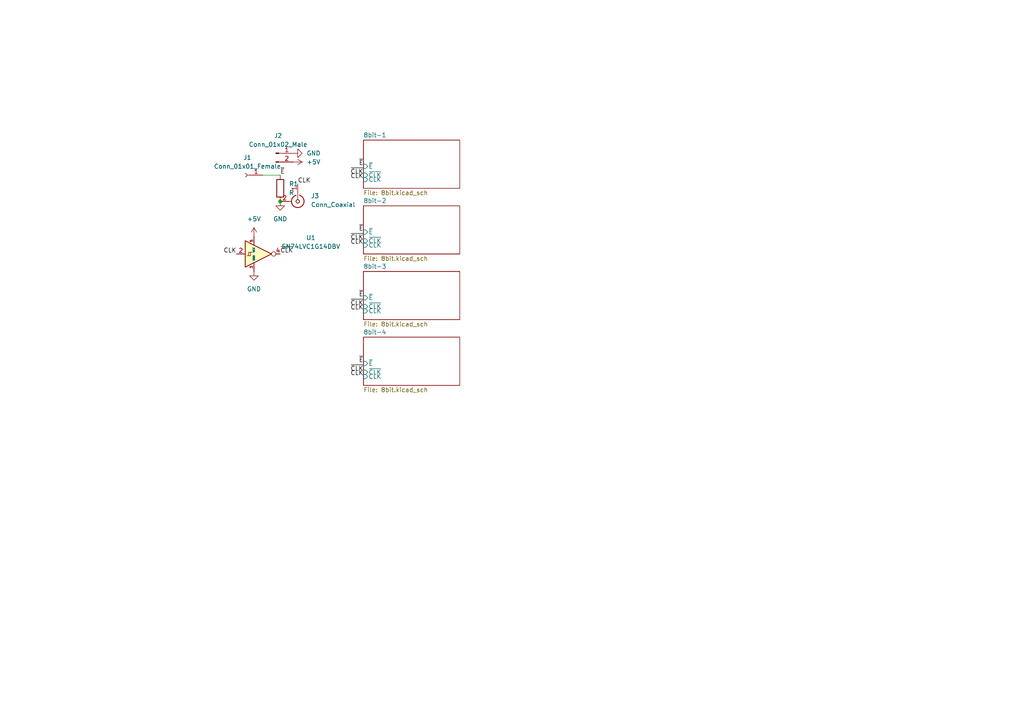
<source format=kicad_sch>
(kicad_sch (version 20211123) (generator eeschema)
  (paper "A4")
  (lib_symbols
    (symbol "74xGxx:SN74LVC1G14DBV"
      (property "Reference" "U" (at -2.54 5.08 0))
      (property "Value" "SN74LVC1G14DBV" (at 10.16 5.08 0))
      (symbol "SN74LVC1G14DBV_0_1"
        (polyline (pts (xy -1.016 0.508) (xy -0.508 0.508)))
        (polyline (pts (xy -2.54 3.81) (xy -2.54 -3.81) (xy 5.08 0) (xy -2.54 3.81)) (stroke (width 0.254)) (fill (type background)))
        (polyline (pts (xy -1.524 -0.508) (xy -1.524 0.508) (xy -1.016 0.508) (xy -1.016 -0.508) (xy -2.032 -0.508)))
        (circle (center 5.715 0) (radius 0.635))
      )
      (symbol "SN74LVC1G14DBV_1_1"
        (pin no_connect line (at 5.08 0 180) (length 2.54) hide (name "NC") (number "1"))
        (pin input line (at -5.08 0 0) (length 2.54) (name "~") (number "2"))
        (pin power_in line (at 0 -5.08 90) (length 2.54) (name "GND") (number "3"))
        (pin output line (at 7.62 0 180) (length 1.27) (name "~") (number "4"))
        (pin power_in line (at 0 5.08 270) (length 2.54) (name "VCC") (number "5"))
      )
    )
    (symbol "Connector:Conn_01x01_Female" (pin_names (offset 1.016) hide)
      (property "Reference" "J" (at 0 2.54 0))
      (property "Value" "Conn_01x01_Female" (at 0 -2.54 0))
      (symbol "Conn_01x01_Female_1_1"
        (polyline (pts (xy -1.27 0) (xy -0.508 0)) (stroke (width 0.1524)))
        (arc (start 0 0.508) (mid -0.508 0) (end 0 -0.508) (stroke (width 0.1524)))
        (pin passive line (at -5.08 0 0) (length 3.81) (name "Pin_1") (number "1"))
      )
    )
    (symbol "Connector:Conn_01x02_Male" (pin_names (offset 1.016) hide)
      (property "Reference" "J" (at 0 2.54 0))
      (property "Value" "Conn_01x02_Male" (at 0 -5.08 0))
      (symbol "Conn_01x02_Male_1_1"
        (polyline (pts (xy 1.27 -2.54) (xy 0.8636 -2.54)) (stroke (width 0.1524)))
        (polyline (pts (xy 1.27 0) (xy 0.8636 0)) (stroke (width 0.1524)))
        (rectangle (start 0.8636 -2.413) (end 0 -2.667) (stroke (width 0.1524)) (fill (type outline)))
        (rectangle (start 0.8636 0.127) (end 0 -0.127) (stroke (width 0.1524)) (fill (type outline)))
        (pin passive line (at 5.08 0 180) (length 3.81) (name "Pin_1") (number "1"))
        (pin passive line (at 5.08 -2.54 180) (length 3.81) (name "Pin_2") (number "2"))
      )
    )
    (symbol "Connector:Conn_Coaxial" (pin_names (offset 1.016) hide)
      (property "Reference" "J" (at 0.254 3.048 0))
      (property "Value" "Conn_Coaxial" (at 2.921 0 90))
      (symbol "Conn_Coaxial_0_1"
        (arc (start -1.778 -0.508) (mid 0.2311 -1.8066) (end 1.778 0) (stroke (width 0.254)))
        (polyline (pts (xy -2.54 0) (xy -0.508 0)))
        (polyline (pts (xy 0 -2.54) (xy 0 -1.778)))
        (circle (center 0 0) (radius 0.508) (stroke (width 0.2032)))
        (arc (start 1.778 0) (mid 0.2099 1.8101) (end -1.778 0.508) (stroke (width 0.254)))
      )
      (symbol "Conn_Coaxial_1_1"
        (pin passive line (at -5.08 0 0) (length 2.54) (name "In") (number "1"))
        (pin passive line (at 0 -5.08 90) (length 2.54) (name "Ext") (number "2"))
      )
    )
    (symbol "Device:R" (pin_numbers hide) (pin_names (offset 0))
      (property "Reference" "R" (at 2.032 0 90))
      (property "Value" "R" (at 0 0 90))
      (symbol "R_0_1"
        (rectangle (start -1.016 -2.54) (end 1.016 2.54) (stroke (width 0.254)))
      )
      (symbol "R_1_1"
        (pin passive line (at 0 3.81 270) (length 1.27) (name "~") (number "1"))
        (pin passive line (at 0 -3.81 90) (length 1.27) (name "~") (number "2"))
      )
    )
    (symbol "power:+5V" (power) (pin_names (offset 0))
      (property "Value" "+5V" (at 0 3.556 0))
      (symbol "+5V_0_1"
        (polyline (pts (xy -0.762 1.27) (xy 0 2.54)))
        (polyline (pts (xy 0 0) (xy 0 2.54)))
        (polyline (pts (xy 0 2.54) (xy 0.762 1.27)))
      )
      (symbol "+5V_1_1"
        (pin power_in line (at 0 0 90) (length 0) hide (name "+5V") (number "1"))
      )
    )
    (symbol "power:GND" (power) (pin_names (offset 0))
      (property "Value" "GND" (at 0 -3.81 0))
      (symbol "GND_0_1"
        (polyline (pts (xy 0 0) (xy 0 -1.27) (xy 1.27 -1.27) (xy 0 -2.54) (xy -1.27 -1.27) (xy 0 -1.27)))
      )
      (symbol "GND_1_1"
        (pin power_in line (at 0 0 270) (length 0) hide (name "GND") (number "1"))
      )
    )
  )
  (junction (at 81.28 58.42))
  (wire (pts (xy 76.2 50.8) (xy 81.28 50.8)))
  (label "CLK" (at 105.41 52.07 180))
  (label "CLK" (at 105.41 90.17 180))
  (label "~{CLK}" (at 105.41 50.8 180))
  (label "~{CLK}" (at 105.41 69.85 180))
  (label "CLK" (at 105.41 109.22 180))
  (label "~{CLK}" (at 105.41 107.95 180))
  (label "~{E}" (at 105.41 48.26 180))
  (label "~{E}" (at 105.41 105.41 180))
  (label "~{CLK}" (at 105.41 88.9 180))
  (label "CLK" (at 68.58 73.66 180))
  (label "~{E}" (at 105.41 86.36 180))
  (label "CLK" (at 86.36 53.34 0))
  (label "CLK" (at 105.41 71.12 180))
  (label "~{CLK}" (at 81.28 73.66 0))
  (label "~{E}" (at 81.28 50.8 0))
  (label "~{E}" (at 105.41 67.31 180))
  (symbol (lib_id "Connector:Conn_Coaxial") (at 86.36 58.42 270) (unit 1)
    (property "Reference" "J3" (at 90.17 56.8324 90) (effects (justify left)))
    (property "Value" "Conn_Coaxial" (at 90.17 59.3724 90) (effects (justify left)))
    (property "Footprint" "Connector_Coaxial:SMA_Amphenol_901-144_Vertical" (effects hide))
    (property "Datasheet" " ~" (effects hide))
  )
  (symbol (lib_id "power:GND") (at 73.66 78.74 0) (unit 1)
    (property "Reference" "#PWR02" (effects hide))
    (property "Value" "GND" (at 73.66 83.82 0))
  )
  (symbol (lib_id "Device:R") (at 81.28 54.61 0) (unit 1)
    (property "Reference" "R1" (at 83.82 53.3399 0) (effects (justify left)))
    (property "Value" "R" (at 83.82 55.8799 0) (effects (justify left)))
    (property "Footprint" "Resistor_SMD:R_0805_2012Metric_Pad1.20x1.40mm_HandSolder" (effects hide))
  )
  (symbol (lib_id "power:+5V") (at 73.66 68.58 0) (unit 1)
    (property "Reference" "#PWR01" (effects hide))
    (property "Value" "+5V" (at 73.66 63.5 0))
  )
  (symbol (lib_id "74xGxx:SN74LVC1G14DBV") (at 73.66 73.66 0) (unit 1)
    (property "Reference" "U1" (at 90.17 68.961 0))
    (property "Value" "SN74LVC1G14DBV" (at 90.17 71.501 0))
    (property "Footprint" "Package_TO_SOT_SMD:SOT-23-5" (effects hide))
    (property "Datasheet" "http://www.ti.com/lit/ds/symlink/sn74lvc1g14.pdf" (effects hide))
  )
  (symbol (lib_id "power:GND") (at 81.28 58.42 0) (unit 1)
    (property "Reference" "#PWR03" (effects hide))
    (property "Value" "GND" (at 81.28 63.5 0))
  )
  (symbol (lib_id "Connector:Conn_01x02_Male") (at 80.01 44.45 0) (unit 1)
    (property "Reference" "J2" (at 80.645 39.37 0))
    (property "Value" "Conn_01x02_Male" (at 80.645 41.91 0))
    (property "Footprint" "Connector_PinSocket_2.54mm:PinSocket_1x02_P2.54mm_Vertical_SMD_Pin1Left" (effects hide))
  )
  (symbol (lib_id "Connector:Conn_01x01_Female") (at 71.12 50.8 180) (unit 1)
    (property "Reference" "J1" (at 71.755 45.72 0))
    (property "Value" "Conn_01x01_Female" (at 71.755 48.26 0))
    (property "Footprint" "Connector_PinHeader_2.54mm:PinHeader_1x01_P2.54mm_Vertical" (effects hide))
  )
  (symbol (lib_id "power:GND") (at 85.09 44.45 90) (unit 1)
    (property "Reference" "#PWR04" (effects hide))
    (property "Value" "GND" (at 88.9 44.4499 90) (effects (justify right)))
  )
  (symbol (lib_id "power:+5V") (at 85.09 46.99 270) (unit 1)
    (property "Reference" "#PWR05" (effects hide))
    (property "Value" "+5V" (at 88.9 46.9899 90) (effects (justify left)))
  )
  (sheet (at 105.41 59.69) (size 27.94 13.97) (stroke (width 0.1524))
    (property "Sheet name" "8bit-2" (at 105.41 58.9784 0) (effects (justify left bottom)))
    (property "Sheet file" "8bit.kicad_sch" (at 105.41 74.2446 0) (effects (justify left top)))
    (pin "CLK" input (at 105.41 71.12 180))
    (pin "~{E}" input (at 105.41 67.31 180))
    (pin "~{CLK}" input (at 105.41 69.85 180))
  )
  (sheet (at 105.41 78.74) (size 27.94 13.97) (stroke (width 0.1524))
    (property "Sheet name" "8bit-3" (at 105.41 78.0284 0) (effects (justify left bottom)))
    (property "Sheet file" "8bit.kicad_sch" (at 105.41 93.2946 0) (effects (justify left top)))
    (pin "CLK" input (at 105.41 90.17 180))
    (pin "~{E}" input (at 105.41 86.36 180))
    (pin "~{CLK}" input (at 105.41 88.9 180))
  )
  (sheet (at 105.41 97.79) (size 27.94 13.97) (stroke (width 0.1524))
    (property "Sheet name" "8bit-4" (at 105.41 97.0784 0) (effects (justify left bottom)))
    (property "Sheet file" "8bit.kicad_sch" (at 105.41 112.3446 0) (effects (justify left top)))
    (pin "CLK" input (at 105.41 109.22 180))
    (pin "~{E}" input (at 105.41 105.41 180))
    (pin "~{CLK}" input (at 105.41 107.95 180))
  )
  (sheet (at 105.41 40.64) (size 27.94 13.97) (stroke (width 0.1524))
    (property "Sheet name" "8bit-1" (at 105.41 39.9284 0) (effects (justify left bottom)))
    (property "Sheet file" "8bit.kicad_sch" (at 105.41 55.1946 0) (effects (justify left top)))
    (pin "CLK" input (at 105.41 52.07 180))
    (pin "~{E}" input (at 105.41 48.26 180))
    (pin "~{CLK}" input (at 105.41 50.8 180))
  )
)
</source>
